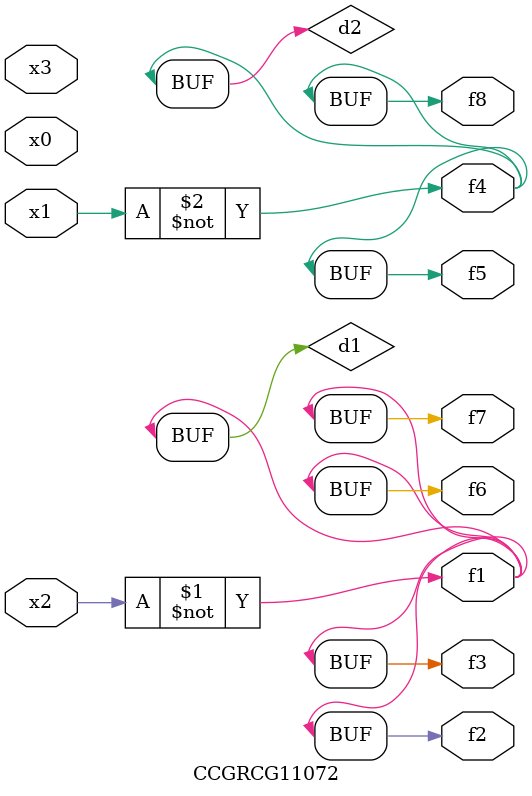
<source format=v>
module CCGRCG11072(
	input x0, x1, x2, x3,
	output f1, f2, f3, f4, f5, f6, f7, f8
);

	wire d1, d2;

	xnor (d1, x2);
	not (d2, x1);
	assign f1 = d1;
	assign f2 = d1;
	assign f3 = d1;
	assign f4 = d2;
	assign f5 = d2;
	assign f6 = d1;
	assign f7 = d1;
	assign f8 = d2;
endmodule

</source>
